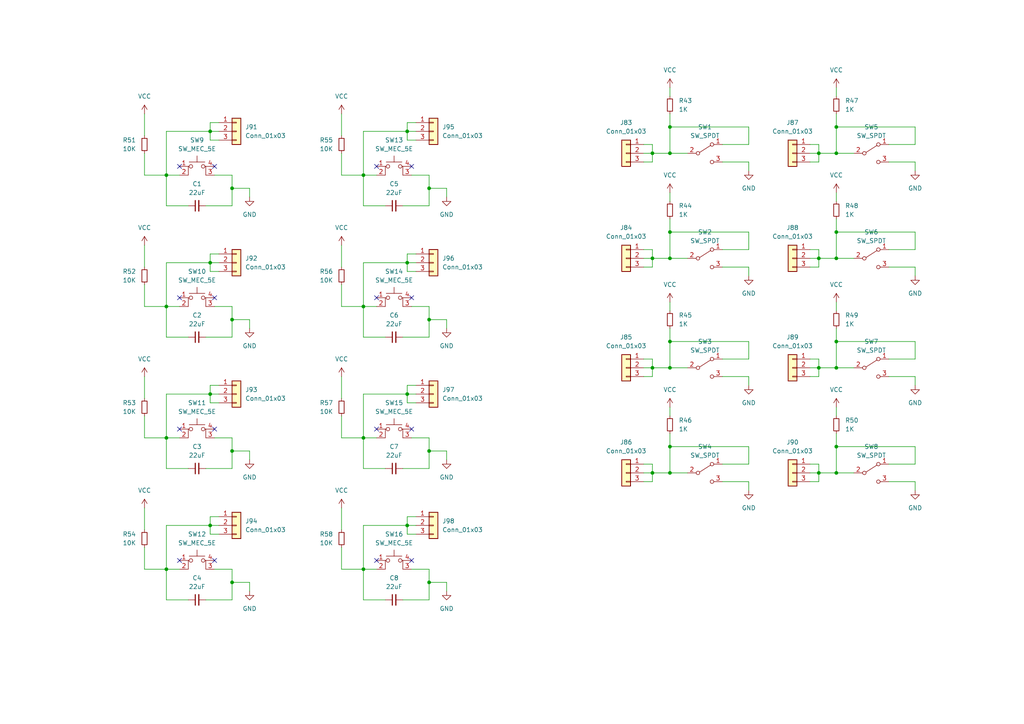
<source format=kicad_sch>
(kicad_sch (version 20220104) (generator eeschema)
  (paper "A4")
  (lib_symbols
    (symbol "Connector_Generic:Conn_01x03" (pin_names (offset 1.016) hide)
      (property "Reference" "J" (at 0 5.08 0))
      (property "Value" "Conn_01x03" (at 0 -5.08 0))
      (symbol "Conn_01x03_1_1"
        (rectangle (start -1.27 -2.413) (end 0 -2.667) (stroke (width 0.1524)))
        (rectangle (start -1.27 0.127) (end 0 -0.127) (stroke (width 0.1524)))
        (rectangle (start -1.27 2.667) (end 0 2.413) (stroke (width 0.1524)))
        (rectangle (start -1.27 3.81) (end 1.27 -3.81) (stroke (width 0.254)) (fill (type background)))
        (pin passive line (at -5.08 2.54 0) (length 3.81) (name "Pin_1") (number "1"))
        (pin passive line (at -5.08 0 0) (length 3.81) (name "Pin_2") (number "2"))
        (pin passive line (at -5.08 -2.54 0) (length 3.81) (name "Pin_3") (number "3"))
      )
    )
    (symbol "Device:C_Small" (pin_numbers hide) (pin_names (offset 0.254) hide)
      (property "Reference" "C" (at 0.254 1.778 0))
      (property "Value" "C_Small" (at 0.254 -2.032 0))
      (symbol "C_Small_0_1"
        (polyline (pts (xy -1.524 -0.508) (xy 1.524 -0.508)) (stroke (width 0.3302)))
        (polyline (pts (xy -1.524 0.508) (xy 1.524 0.508)) (stroke (width 0.3048)))
      )
      (symbol "C_Small_1_1"
        (pin passive line (at 0 2.54 270) (length 2.032) (name "~") (number "1"))
        (pin passive line (at 0 -2.54 90) (length 2.032) (name "~") (number "2"))
      )
    )
    (symbol "Device:R_Small" (pin_numbers hide) (pin_names (offset 0.254) hide)
      (property "Reference" "R" (at 0.762 0.508 0))
      (property "Value" "R_Small" (at 0.762 -1.016 0))
      (symbol "R_Small_0_1"
        (rectangle (start -0.762 1.778) (end 0.762 -1.778) (stroke (width 0.2032)))
      )
      (symbol "R_Small_1_1"
        (pin passive line (at 0 2.54 270) (length 0.762) (name "~") (number "1"))
        (pin passive line (at 0 -2.54 90) (length 0.762) (name "~") (number "2"))
      )
    )
    (symbol "Switch:SW_MEC_5E" (pin_names (offset 1.016) hide)
      (property "Reference" "SW" (at 0.635 5.715 0))
      (property "Value" "SW_MEC_5E" (at 0 -3.175 0))
      (symbol "SW_MEC_5E_0_1"
        (circle (center -1.778 2.54) (radius 0.508))
        (polyline (pts (xy -2.286 3.81) (xy 2.286 3.81)))
        (polyline (pts (xy 0 3.81) (xy 0 5.588)))
        (polyline (pts (xy -2.54 0) (xy -2.54 2.54) (xy -2.286 2.54)))
        (polyline (pts (xy 2.54 0) (xy 2.54 2.54) (xy 2.286 2.54)))
        (circle (center 1.778 2.54) (radius 0.508))
        (pin passive line (at -5.08 2.54 0) (length 2.54) (name "1") (number "1"))
        (pin passive line (at -5.08 0 0) (length 2.54) (name "2") (number "2"))
        (pin passive line (at 5.08 0 180) (length 2.54) (name "K") (number "3"))
        (pin passive line (at 5.08 2.54 180) (length 2.54) (name "A") (number "4"))
      )
    )
    (symbol "Switch:SW_SPDT" (pin_names (offset 0) hide)
      (property "Reference" "SW" (at 0 4.318 0))
      (property "Value" "SW_SPDT" (at 0 -5.08 0))
      (symbol "SW_SPDT_0_0"
        (circle (center -2.032 0) (radius 0.508))
        (circle (center 2.032 -2.54) (radius 0.508))
      )
      (symbol "SW_SPDT_0_1"
        (polyline (pts (xy -1.524 0.254) (xy 1.651 2.286)))
        (circle (center 2.032 2.54) (radius 0.508))
      )
      (symbol "SW_SPDT_1_1"
        (pin passive line (at 5.08 2.54 180) (length 2.54) (name "A") (number "1"))
        (pin passive line (at -5.08 0 0) (length 2.54) (name "B") (number "2"))
        (pin passive line (at 5.08 -2.54 180) (length 2.54) (name "C") (number "3"))
      )
    )
    (symbol "power:GND" (power) (pin_names (offset 0))
      (property "Value" "GND" (at 0 -3.81 0))
      (symbol "GND_0_1"
        (polyline (pts (xy 0 0) (xy 0 -1.27) (xy 1.27 -1.27) (xy 0 -2.54) (xy -1.27 -1.27) (xy 0 -1.27)))
      )
      (symbol "GND_1_1"
        (pin power_in line (at 0 0 270) (length 0) hide (name "GND") (number "1"))
      )
    )
    (symbol "power:VCC" (power) (pin_names (offset 0))
      (property "Value" "VCC" (at 0 3.81 0))
      (symbol "VCC_0_1"
        (polyline (pts (xy -0.762 1.27) (xy 0 2.54)))
        (polyline (pts (xy 0 0) (xy 0 2.54)))
        (polyline (pts (xy 0 2.54) (xy 0.762 1.27)))
      )
      (symbol "VCC_1_1"
        (pin power_in line (at 0 0 90) (length 0) hide (name "VCC") (number "1"))
      )
    )
  )
  (junction (at 105.41 50.8))
  (junction (at 67.31 54.61))
  (junction (at 194.31 74.93))
  (junction (at 67.31 168.91))
  (junction (at 48.26 50.8))
  (junction (at 124.46 130.81))
  (junction (at 194.31 129.54))
  (junction (at 67.31 92.71))
  (junction (at 60.96 114.3))
  (junction (at 237.49 106.68))
  (junction (at 242.57 106.68))
  (junction (at 194.31 44.45))
  (junction (at 60.96 76.2))
  (junction (at 242.57 36.83))
  (junction (at 124.46 168.91))
  (junction (at 242.57 74.93))
  (junction (at 189.23 44.45))
  (junction (at 118.11 38.1))
  (junction (at 48.26 88.9))
  (junction (at 48.26 127))
  (junction (at 237.49 137.16))
  (junction (at 237.49 44.45))
  (junction (at 105.41 165.1))
  (junction (at 60.96 152.4))
  (junction (at 189.23 74.93))
  (junction (at 194.31 67.31))
  (junction (at 124.46 54.61))
  (junction (at 242.57 99.06))
  (junction (at 118.11 114.3))
  (junction (at 124.46 92.71))
  (junction (at 194.31 106.68))
  (junction (at 242.57 129.54))
  (junction (at 242.57 67.31))
  (junction (at 60.96 38.1))
  (junction (at 242.57 137.16))
  (junction (at 189.23 137.16))
  (junction (at 67.31 130.81))
  (junction (at 189.23 106.68))
  (junction (at 105.41 88.9))
  (junction (at 194.31 137.16))
  (junction (at 105.41 127))
  (junction (at 194.31 99.06))
  (junction (at 118.11 152.4))
  (junction (at 118.11 76.2))
  (junction (at 242.57 44.45))
  (junction (at 194.31 36.83))
  (junction (at 237.49 74.93))
  (junction (at 48.26 165.1))
  (no_connect (at 62.23 124.46))
  (no_connect (at 52.07 124.46))
  (no_connect (at 119.38 48.26))
  (no_connect (at 109.22 48.26))
  (no_connect (at 109.22 162.56))
  (no_connect (at 119.38 162.56))
  (no_connect (at 52.07 48.26))
  (no_connect (at 62.23 48.26))
  (no_connect (at 62.23 162.56))
  (no_connect (at 52.07 162.56))
  (no_connect (at 119.38 124.46))
  (no_connect (at 109.22 124.46))
  (no_connect (at 52.07 86.36))
  (no_connect (at 62.23 86.36))
  (no_connect (at 109.22 86.36))
  (no_connect (at 119.38 86.36))
  (wire (pts (xy 186.69 104.14) (xy 189.23 104.14)))
  (wire (pts (xy 186.69 139.7) (xy 189.23 139.7)))
  (wire (pts (xy 234.95 74.93) (xy 237.49 74.93)))
  (wire (pts (xy 48.26 165.1) (xy 41.91 165.1)))
  (wire (pts (xy 120.65 149.86) (xy 118.11 149.86)))
  (wire (pts (xy 189.23 46.99) (xy 189.23 44.45)))
  (wire (pts (xy 60.96 40.64) (xy 60.96 38.1)))
  (wire (pts (xy 124.46 168.91) (xy 124.46 173.99)))
  (wire (pts (xy 217.17 41.91) (xy 217.17 36.83)))
  (wire (pts (xy 124.46 54.61) (xy 129.54 54.61)))
  (wire (pts (xy 242.57 63.5) (xy 242.57 67.31)))
  (wire (pts (xy 124.46 168.91) (xy 129.54 168.91)))
  (wire (pts (xy 48.26 88.9) (xy 41.91 88.9)))
  (wire (pts (xy 265.43 72.39) (xy 265.43 67.31)))
  (wire (pts (xy 234.95 106.68) (xy 237.49 106.68)))
  (wire (pts (xy 63.5 73.66) (xy 60.96 73.66)))
  (wire (pts (xy 129.54 168.91) (xy 129.54 171.45)))
  (wire (pts (xy 194.31 118.11) (xy 194.31 120.65)))
  (wire (pts (xy 62.23 50.8) (xy 67.31 50.8)))
  (wire (pts (xy 237.49 109.22) (xy 237.49 106.68)))
  (wire (pts (xy 242.57 95.25) (xy 242.57 99.06)))
  (wire (pts (xy 67.31 165.1) (xy 67.31 168.91)))
  (wire (pts (xy 257.81 139.7) (xy 265.43 139.7)))
  (wire (pts (xy 111.76 97.79) (xy 105.41 97.79)))
  (wire (pts (xy 257.81 134.62) (xy 265.43 134.62)))
  (wire (pts (xy 217.17 67.31) (xy 194.31 67.31)))
  (wire (pts (xy 72.39 130.81) (xy 72.39 133.35)))
  (wire (pts (xy 217.17 72.39) (xy 217.17 67.31)))
  (wire (pts (xy 194.31 44.45) (xy 199.39 44.45)))
  (wire (pts (xy 54.61 97.79) (xy 48.26 97.79)))
  (wire (pts (xy 237.49 46.99) (xy 237.49 44.45)))
  (wire (pts (xy 63.5 35.56) (xy 60.96 35.56)))
  (wire (pts (xy 41.91 44.45) (xy 41.91 50.8)))
  (wire (pts (xy 105.41 88.9) (xy 109.22 88.9)))
  (wire (pts (xy 48.26 97.79) (xy 48.26 88.9)))
  (wire (pts (xy 118.11 111.76) (xy 118.11 114.3)))
  (wire (pts (xy 124.46 54.61) (xy 124.46 59.69)))
  (wire (pts (xy 63.5 78.74) (xy 60.96 78.74)))
  (wire (pts (xy 105.41 127) (xy 109.22 127)))
  (wire (pts (xy 60.96 154.94) (xy 60.96 152.4)))
  (wire (pts (xy 186.69 109.22) (xy 189.23 109.22)))
  (wire (pts (xy 186.69 41.91) (xy 189.23 41.91)))
  (wire (pts (xy 41.91 33.02) (xy 41.91 39.37)))
  (wire (pts (xy 48.26 76.2) (xy 60.96 76.2)))
  (wire (pts (xy 105.41 127) (xy 99.06 127)))
  (wire (pts (xy 60.96 116.84) (xy 60.96 114.3)))
  (wire (pts (xy 99.06 44.45) (xy 99.06 50.8)))
  (wire (pts (xy 194.31 95.25) (xy 194.31 99.06)))
  (wire (pts (xy 119.38 50.8) (xy 124.46 50.8)))
  (wire (pts (xy 194.31 99.06) (xy 194.31 106.68)))
  (wire (pts (xy 41.91 71.12) (xy 41.91 77.47)))
  (wire (pts (xy 189.23 44.45) (xy 194.31 44.45)))
  (wire (pts (xy 62.23 127) (xy 67.31 127)))
  (wire (pts (xy 72.39 92.71) (xy 72.39 95.25)))
  (wire (pts (xy 54.61 59.69) (xy 48.26 59.69)))
  (wire (pts (xy 105.41 76.2) (xy 118.11 76.2)))
  (wire (pts (xy 67.31 92.71) (xy 67.31 97.79)))
  (wire (pts (xy 60.96 38.1) (xy 63.5 38.1)))
  (wire (pts (xy 217.17 77.47) (xy 217.17 80.01)))
  (wire (pts (xy 54.61 173.99) (xy 48.26 173.99)))
  (wire (pts (xy 54.61 135.89) (xy 48.26 135.89)))
  (wire (pts (xy 209.55 41.91) (xy 217.17 41.91)))
  (wire (pts (xy 129.54 92.71) (xy 129.54 95.25)))
  (wire (pts (xy 116.84 173.99) (xy 124.46 173.99)))
  (wire (pts (xy 118.11 149.86) (xy 118.11 152.4)))
  (wire (pts (xy 41.91 109.22) (xy 41.91 115.57)))
  (wire (pts (xy 41.91 120.65) (xy 41.91 127)))
  (wire (pts (xy 41.91 147.32) (xy 41.91 153.67)))
  (wire (pts (xy 234.95 44.45) (xy 237.49 44.45)))
  (wire (pts (xy 48.26 127) (xy 41.91 127)))
  (wire (pts (xy 105.41 88.9) (xy 105.41 76.2)))
  (wire (pts (xy 105.41 127) (xy 105.41 114.3)))
  (wire (pts (xy 265.43 46.99) (xy 265.43 49.53)))
  (wire (pts (xy 41.91 158.75) (xy 41.91 165.1)))
  (wire (pts (xy 257.81 41.91) (xy 265.43 41.91)))
  (wire (pts (xy 72.39 168.91) (xy 72.39 171.45)))
  (wire (pts (xy 217.17 129.54) (xy 194.31 129.54)))
  (wire (pts (xy 209.55 109.22) (xy 217.17 109.22)))
  (wire (pts (xy 189.23 134.62) (xy 189.23 137.16)))
  (wire (pts (xy 194.31 87.63) (xy 194.31 90.17)))
  (wire (pts (xy 189.23 74.93) (xy 194.31 74.93)))
  (wire (pts (xy 60.96 76.2) (xy 63.5 76.2)))
  (wire (pts (xy 41.91 82.55) (xy 41.91 88.9)))
  (wire (pts (xy 118.11 73.66) (xy 118.11 76.2)))
  (wire (pts (xy 116.84 135.89) (xy 124.46 135.89)))
  (wire (pts (xy 118.11 116.84) (xy 118.11 114.3)))
  (wire (pts (xy 265.43 139.7) (xy 265.43 142.24)))
  (wire (pts (xy 265.43 134.62) (xy 265.43 129.54)))
  (wire (pts (xy 124.46 50.8) (xy 124.46 54.61)))
  (wire (pts (xy 99.06 33.02) (xy 99.06 39.37)))
  (wire (pts (xy 99.06 158.75) (xy 99.06 165.1)))
  (wire (pts (xy 118.11 114.3) (xy 120.65 114.3)))
  (wire (pts (xy 105.41 50.8) (xy 99.06 50.8)))
  (wire (pts (xy 111.76 135.89) (xy 105.41 135.89)))
  (wire (pts (xy 242.57 36.83) (xy 242.57 44.45)))
  (wire (pts (xy 118.11 76.2) (xy 120.65 76.2)))
  (wire (pts (xy 237.49 72.39) (xy 237.49 74.93)))
  (wire (pts (xy 48.26 50.8) (xy 41.91 50.8)))
  (wire (pts (xy 48.26 59.69) (xy 48.26 50.8)))
  (wire (pts (xy 48.26 135.89) (xy 48.26 127)))
  (wire (pts (xy 189.23 41.91) (xy 189.23 44.45)))
  (wire (pts (xy 194.31 55.88) (xy 194.31 58.42)))
  (wire (pts (xy 120.65 116.84) (xy 118.11 116.84)))
  (wire (pts (xy 237.49 77.47) (xy 237.49 74.93)))
  (wire (pts (xy 105.41 114.3) (xy 118.11 114.3)))
  (wire (pts (xy 105.41 173.99) (xy 105.41 165.1)))
  (wire (pts (xy 242.57 44.45) (xy 247.65 44.45)))
  (wire (pts (xy 67.31 127) (xy 67.31 130.81)))
  (wire (pts (xy 129.54 54.61) (xy 129.54 57.15)))
  (wire (pts (xy 189.23 72.39) (xy 189.23 74.93)))
  (wire (pts (xy 186.69 74.93) (xy 189.23 74.93)))
  (wire (pts (xy 265.43 67.31) (xy 242.57 67.31)))
  (wire (pts (xy 194.31 25.4) (xy 194.31 27.94)))
  (wire (pts (xy 242.57 55.88) (xy 242.57 58.42)))
  (wire (pts (xy 118.11 40.64) (xy 118.11 38.1)))
  (wire (pts (xy 265.43 41.91) (xy 265.43 36.83)))
  (wire (pts (xy 189.23 139.7) (xy 189.23 137.16)))
  (wire (pts (xy 67.31 54.61) (xy 72.39 54.61)))
  (wire (pts (xy 124.46 127) (xy 124.46 130.81)))
  (wire (pts (xy 60.96 73.66) (xy 60.96 76.2)))
  (wire (pts (xy 99.06 82.55) (xy 99.06 88.9)))
  (wire (pts (xy 48.26 165.1) (xy 52.07 165.1)))
  (wire (pts (xy 234.95 72.39) (xy 237.49 72.39)))
  (wire (pts (xy 234.95 134.62) (xy 237.49 134.62)))
  (wire (pts (xy 194.31 137.16) (xy 199.39 137.16)))
  (wire (pts (xy 257.81 72.39) (xy 265.43 72.39)))
  (wire (pts (xy 194.31 125.73) (xy 194.31 129.54)))
  (wire (pts (xy 237.49 137.16) (xy 242.57 137.16)))
  (wire (pts (xy 194.31 129.54) (xy 194.31 137.16)))
  (wire (pts (xy 237.49 41.91) (xy 237.49 44.45)))
  (wire (pts (xy 48.26 38.1) (xy 60.96 38.1)))
  (wire (pts (xy 237.49 139.7) (xy 237.49 137.16)))
  (wire (pts (xy 234.95 46.99) (xy 237.49 46.99)))
  (wire (pts (xy 186.69 46.99) (xy 189.23 46.99)))
  (wire (pts (xy 116.84 97.79) (xy 124.46 97.79)))
  (wire (pts (xy 234.95 77.47) (xy 237.49 77.47)))
  (wire (pts (xy 118.11 154.94) (xy 118.11 152.4)))
  (wire (pts (xy 186.69 77.47) (xy 189.23 77.47)))
  (wire (pts (xy 124.46 165.1) (xy 124.46 168.91)))
  (wire (pts (xy 99.06 71.12) (xy 99.06 77.47)))
  (wire (pts (xy 118.11 38.1) (xy 120.65 38.1)))
  (wire (pts (xy 124.46 92.71) (xy 129.54 92.71)))
  (wire (pts (xy 124.46 130.81) (xy 124.46 135.89)))
  (wire (pts (xy 48.26 50.8) (xy 48.26 38.1)))
  (wire (pts (xy 237.49 134.62) (xy 237.49 137.16)))
  (wire (pts (xy 237.49 106.68) (xy 242.57 106.68)))
  (wire (pts (xy 265.43 99.06) (xy 242.57 99.06)))
  (wire (pts (xy 242.57 129.54) (xy 242.57 137.16)))
  (wire (pts (xy 99.06 109.22) (xy 99.06 115.57)))
  (wire (pts (xy 105.41 165.1) (xy 109.22 165.1)))
  (wire (pts (xy 257.81 104.14) (xy 265.43 104.14)))
  (wire (pts (xy 105.41 38.1) (xy 118.11 38.1)))
  (wire (pts (xy 209.55 77.47) (xy 217.17 77.47)))
  (wire (pts (xy 186.69 137.16) (xy 189.23 137.16)))
  (wire (pts (xy 209.55 139.7) (xy 217.17 139.7)))
  (wire (pts (xy 105.41 59.69) (xy 105.41 50.8)))
  (wire (pts (xy 186.69 44.45) (xy 189.23 44.45)))
  (wire (pts (xy 237.49 44.45) (xy 242.57 44.45)))
  (wire (pts (xy 105.41 165.1) (xy 105.41 152.4)))
  (wire (pts (xy 242.57 25.4) (xy 242.57 27.94)))
  (wire (pts (xy 99.06 120.65) (xy 99.06 127)))
  (wire (pts (xy 119.38 127) (xy 124.46 127)))
  (wire (pts (xy 265.43 104.14) (xy 265.43 99.06)))
  (wire (pts (xy 63.5 149.86) (xy 60.96 149.86)))
  (wire (pts (xy 60.96 35.56) (xy 60.96 38.1)))
  (wire (pts (xy 60.96 78.74) (xy 60.96 76.2)))
  (wire (pts (xy 189.23 77.47) (xy 189.23 74.93)))
  (wire (pts (xy 217.17 134.62) (xy 217.17 129.54)))
  (wire (pts (xy 242.57 125.73) (xy 242.57 129.54)))
  (wire (pts (xy 194.31 74.93) (xy 199.39 74.93)))
  (wire (pts (xy 242.57 33.02) (xy 242.57 36.83)))
  (wire (pts (xy 209.55 46.99) (xy 217.17 46.99)))
  (wire (pts (xy 63.5 116.84) (xy 60.96 116.84)))
  (wire (pts (xy 265.43 109.22) (xy 265.43 111.76)))
  (wire (pts (xy 186.69 72.39) (xy 189.23 72.39)))
  (wire (pts (xy 209.55 134.62) (xy 217.17 134.62)))
  (wire (pts (xy 105.41 165.1) (xy 99.06 165.1)))
  (wire (pts (xy 194.31 106.68) (xy 199.39 106.68)))
  (wire (pts (xy 111.76 59.69) (xy 105.41 59.69)))
  (wire (pts (xy 265.43 77.47) (xy 265.43 80.01)))
  (wire (pts (xy 189.23 137.16) (xy 194.31 137.16)))
  (wire (pts (xy 105.41 88.9) (xy 99.06 88.9)))
  (wire (pts (xy 48.26 165.1) (xy 48.26 152.4)))
  (wire (pts (xy 257.81 77.47) (xy 265.43 77.47)))
  (wire (pts (xy 60.96 152.4) (xy 63.5 152.4)))
  (wire (pts (xy 62.23 165.1) (xy 67.31 165.1)))
  (wire (pts (xy 217.17 46.99) (xy 217.17 49.53)))
  (wire (pts (xy 194.31 36.83) (xy 194.31 44.45)))
  (wire (pts (xy 120.65 154.94) (xy 118.11 154.94)))
  (wire (pts (xy 234.95 109.22) (xy 237.49 109.22)))
  (wire (pts (xy 194.31 33.02) (xy 194.31 36.83)))
  (wire (pts (xy 118.11 78.74) (xy 118.11 76.2)))
  (wire (pts (xy 189.23 106.68) (xy 194.31 106.68)))
  (wire (pts (xy 59.69 173.99) (xy 67.31 173.99)))
  (wire (pts (xy 209.55 72.39) (xy 217.17 72.39)))
  (wire (pts (xy 194.31 67.31) (xy 194.31 74.93)))
  (wire (pts (xy 59.69 59.69) (xy 67.31 59.69)))
  (wire (pts (xy 265.43 36.83) (xy 242.57 36.83)))
  (wire (pts (xy 124.46 130.81) (xy 129.54 130.81)))
  (wire (pts (xy 67.31 54.61) (xy 67.31 59.69)))
  (wire (pts (xy 48.26 127) (xy 52.07 127)))
  (wire (pts (xy 237.49 104.14) (xy 237.49 106.68)))
  (wire (pts (xy 129.54 130.81) (xy 129.54 133.35)))
  (wire (pts (xy 67.31 130.81) (xy 72.39 130.81)))
  (wire (pts (xy 217.17 109.22) (xy 217.17 111.76)))
  (wire (pts (xy 265.43 129.54) (xy 242.57 129.54)))
  (wire (pts (xy 257.81 46.99) (xy 265.43 46.99)))
  (wire (pts (xy 189.23 109.22) (xy 189.23 106.68)))
  (wire (pts (xy 242.57 87.63) (xy 242.57 90.17)))
  (wire (pts (xy 242.57 74.93) (xy 247.65 74.93)))
  (wire (pts (xy 105.41 135.89) (xy 105.41 127)))
  (wire (pts (xy 242.57 118.11) (xy 242.57 120.65)))
  (wire (pts (xy 105.41 50.8) (xy 109.22 50.8)))
  (wire (pts (xy 59.69 97.79) (xy 67.31 97.79)))
  (wire (pts (xy 60.96 111.76) (xy 60.96 114.3)))
  (wire (pts (xy 120.65 73.66) (xy 118.11 73.66)))
  (wire (pts (xy 105.41 152.4) (xy 118.11 152.4)))
  (wire (pts (xy 48.26 114.3) (xy 60.96 114.3)))
  (wire (pts (xy 59.69 135.89) (xy 67.31 135.89)))
  (wire (pts (xy 242.57 67.31) (xy 242.57 74.93)))
  (wire (pts (xy 48.26 127) (xy 48.26 114.3)))
  (wire (pts (xy 186.69 134.62) (xy 189.23 134.62)))
  (wire (pts (xy 194.31 63.5) (xy 194.31 67.31)))
  (wire (pts (xy 48.26 50.8) (xy 52.07 50.8)))
  (wire (pts (xy 124.46 92.71) (xy 124.46 97.79)))
  (wire (pts (xy 63.5 154.94) (xy 60.96 154.94)))
  (wire (pts (xy 217.17 99.06) (xy 194.31 99.06)))
  (wire (pts (xy 62.23 88.9) (xy 67.31 88.9)))
  (wire (pts (xy 118.11 152.4) (xy 120.65 152.4)))
  (wire (pts (xy 118.11 35.56) (xy 118.11 38.1)))
  (wire (pts (xy 242.57 137.16) (xy 247.65 137.16)))
  (wire (pts (xy 186.69 106.68) (xy 189.23 106.68)))
  (wire (pts (xy 234.95 137.16) (xy 237.49 137.16)))
  (wire (pts (xy 105.41 50.8) (xy 105.41 38.1)))
  (wire (pts (xy 217.17 36.83) (xy 194.31 36.83)))
  (wire (pts (xy 119.38 88.9) (xy 124.46 88.9)))
  (wire (pts (xy 217.17 139.7) (xy 217.17 142.24)))
  (wire (pts (xy 105.41 97.79) (xy 105.41 88.9)))
  (wire (pts (xy 120.65 35.56) (xy 118.11 35.56)))
  (wire (pts (xy 72.39 54.61) (xy 72.39 57.15)))
  (wire (pts (xy 63.5 111.76) (xy 60.96 111.76)))
  (wire (pts (xy 242.57 106.68) (xy 247.65 106.68)))
  (wire (pts (xy 60.96 149.86) (xy 60.96 152.4)))
  (wire (pts (xy 257.81 109.22) (xy 265.43 109.22)))
  (wire (pts (xy 111.76 173.99) (xy 105.41 173.99)))
  (wire (pts (xy 116.84 59.69) (xy 124.46 59.69)))
  (wire (pts (xy 124.46 88.9) (xy 124.46 92.71)))
  (wire (pts (xy 67.31 88.9) (xy 67.31 92.71)))
  (wire (pts (xy 234.95 41.91) (xy 237.49 41.91)))
  (wire (pts (xy 242.57 99.06) (xy 242.57 106.68)))
  (wire (pts (xy 120.65 111.76) (xy 118.11 111.76)))
  (wire (pts (xy 237.49 74.93) (xy 242.57 74.93)))
  (wire (pts (xy 60.96 114.3) (xy 63.5 114.3)))
  (wire (pts (xy 119.38 165.1) (xy 124.46 165.1)))
  (wire (pts (xy 48.26 88.9) (xy 52.07 88.9)))
  (wire (pts (xy 120.65 40.64) (xy 118.11 40.64)))
  (wire (pts (xy 217.17 104.14) (xy 217.17 99.06)))
  (wire (pts (xy 67.31 168.91) (xy 72.39 168.91)))
  (wire (pts (xy 67.31 92.71) (xy 72.39 92.71)))
  (wire (pts (xy 234.95 104.14) (xy 237.49 104.14)))
  (wire (pts (xy 48.26 173.99) (xy 48.26 165.1)))
  (wire (pts (xy 67.31 130.81) (xy 67.31 135.89)))
  (wire (pts (xy 209.55 104.14) (xy 217.17 104.14)))
  (wire (pts (xy 189.23 104.14) (xy 189.23 106.68)))
  (wire (pts (xy 67.31 50.8) (xy 67.31 54.61)))
  (wire (pts (xy 99.06 147.32) (xy 99.06 153.67)))
  (wire (pts (xy 48.26 152.4) (xy 60.96 152.4)))
  (wire (pts (xy 120.65 78.74) (xy 118.11 78.74)))
  (wire (pts (xy 48.26 88.9) (xy 48.26 76.2)))
  (wire (pts (xy 63.5 40.64) (xy 60.96 40.64)))
  (wire (pts (xy 234.95 139.7) (xy 237.49 139.7)))
  (wire (pts (xy 67.31 168.91) (xy 67.31 173.99)))
  (symbol (lib_id "Device:R_Small") (at 99.06 156.21 0) (unit 1)
    (property "Reference" "R58" (at 92.71 154.94 0) (effects (justify left)))
    (property "Value" "10K" (at 92.71 157.48 0) (effects (justify left)))
    (property "Footprint" "Resistor_THT:R_Axial_DIN0204_L3.6mm_D1.6mm_P5.08mm_Horizontal" (effects hide))
  )
  (symbol (lib_id "Switch:SW_MEC_5E") (at 114.3 165.1 0) (unit 1)
    (property "Reference" "SW16" (at 114.3 154.94 0))
    (property "Value" "SW_MEC_5E" (at 114.3 157.48 0))
    (property "Footprint" "Button_Switch_THT:SW_PUSH_6mm" (effects hide))
    (property "Datasheet" "http://www.apem.com/int/index.php?controller=attachment&id_attachment=1371" (effects hide))
  )
  (symbol (lib_id "Device:C_Small") (at 114.3 173.99 90) (unit 1)
    (property "Reference" "C8" (at 114.3063 167.64 90))
    (property "Value" "22uF" (at 114.3063 170.18 90))
    (property "Footprint" "Capacitor_THT:C_Disc_D4.3mm_W1.9mm_P5.00mm" (effects hide))
  )
  (symbol (lib_id "power:VCC") (at 99.06 147.32 0) (unit 1)
    (property "Reference" "#PWR0129" (effects hide))
    (property "Value" "VCC" (at 99.06 142.24 0))
  )
  (symbol (lib_id "power:VCC") (at 41.91 33.02 0) (unit 1)
    (property "Reference" "#PWR0140" (effects hide))
    (property "Value" "VCC" (at 41.91 27.94 0))
  )
  (symbol (lib_id "power:VCC") (at 194.31 87.63 0) (unit 1)
    (property "Reference" "#PWR0121" (effects hide))
    (property "Value" "VCC" (at 194.31 82.55 0))
  )
  (symbol (lib_id "Device:C_Small") (at 57.15 97.79 90) (unit 1)
    (property "Reference" "C2" (at 57.1563 91.44 90))
    (property "Value" "22uF" (at 57.1563 93.98 90))
    (property "Footprint" "Capacitor_THT:C_Disc_D4.3mm_W1.9mm_P5.00mm" (effects hide))
  )
  (symbol (lib_id "Connector_Generic:Conn_01x03") (at 68.58 114.3 0) (unit 1)
    (property "Reference" "J93" (at 71.12 113.0299 0) (effects (justify left)))
    (property "Value" "Conn_01x03" (at 71.12 115.5699 0) (effects (justify left)))
    (property "Footprint" "Connector_PinSocket_2.54mm:PinSocket_1x03_P2.54mm_Vertical" (effects hide))
  )
  (symbol (lib_id "Connector_Generic:Conn_01x03") (at 68.58 76.2 0) (unit 1)
    (property "Reference" "J92" (at 71.12 74.9299 0) (effects (justify left)))
    (property "Value" "Conn_01x03" (at 71.12 77.4699 0) (effects (justify left)))
    (property "Footprint" "Connector_PinSocket_2.54mm:PinSocket_1x03_P2.54mm_Vertical" (effects hide))
  )
  (symbol (lib_id "power:VCC") (at 242.57 118.11 0) (unit 1)
    (property "Reference" "#PWR0112" (effects hide))
    (property "Value" "VCC" (at 242.57 113.03 0))
  )
  (symbol (lib_id "Switch:SW_MEC_5E") (at 57.15 127 0) (unit 1)
    (property "Reference" "SW11" (at 57.15 116.84 0))
    (property "Value" "SW_MEC_5E" (at 57.15 119.38 0))
    (property "Footprint" "Button_Switch_THT:SW_PUSH_6mm" (effects hide))
    (property "Datasheet" "http://www.apem.com/int/index.php?controller=attachment&id_attachment=1371" (effects hide))
  )
  (symbol (lib_id "power:GND") (at 265.43 111.76 0) (unit 1)
    (property "Reference" "#PWR0111" (effects hide))
    (property "Value" "GND" (at 265.43 116.84 0))
  )
  (symbol (lib_id "Device:R_Small") (at 99.06 80.01 0) (unit 1)
    (property "Reference" "R56" (at 92.71 78.74 0) (effects (justify left)))
    (property "Value" "10K" (at 92.71 81.28 0) (effects (justify left)))
    (property "Footprint" "Resistor_THT:R_Axial_DIN0204_L3.6mm_D1.6mm_P5.08mm_Horizontal" (effects hide))
  )
  (symbol (lib_id "power:GND") (at 265.43 142.24 0) (unit 1)
    (property "Reference" "#PWR0113" (effects hide))
    (property "Value" "GND" (at 265.43 147.32 0))
  )
  (symbol (lib_id "power:GND") (at 129.54 57.15 0) (unit 1)
    (property "Reference" "#PWR0133" (effects hide))
    (property "Value" "GND" (at 129.54 62.23 0))
  )
  (symbol (lib_id "Device:C_Small") (at 57.15 173.99 90) (unit 1)
    (property "Reference" "C4" (at 57.1563 167.64 90))
    (property "Value" "22uF" (at 57.1563 170.18 90))
    (property "Footprint" "Capacitor_THT:C_Disc_D4.3mm_W1.9mm_P5.00mm" (effects hide))
  )
  (symbol (lib_id "power:VCC") (at 41.91 147.32 0) (unit 1)
    (property "Reference" "#PWR0138" (effects hide))
    (property "Value" "VCC" (at 41.91 142.24 0))
  )
  (symbol (lib_id "power:VCC") (at 194.31 25.4 0) (unit 1)
    (property "Reference" "#PWR0126" (effects hide))
    (property "Value" "VCC" (at 194.31 20.32 0))
  )
  (symbol (lib_id "Switch:SW_MEC_5E") (at 57.15 50.8 0) (unit 1)
    (property "Reference" "SW9" (at 57.15 40.64 0))
    (property "Value" "SW_MEC_5E" (at 57.15 43.18 0))
    (property "Footprint" "Button_Switch_THT:SW_PUSH_6mm" (effects hide))
    (property "Datasheet" "http://www.apem.com/int/index.php?controller=attachment&id_attachment=1371" (effects hide))
  )
  (symbol (lib_id "Connector_Generic:Conn_01x03") (at 229.87 74.93 0) (mirror y) (unit 1)
    (property "Reference" "J88" (at 229.87 66.04 0))
    (property "Value" "Conn_01x03" (at 229.87 68.58 0))
    (property "Footprint" "Connector_PinSocket_2.54mm:PinSocket_1x03_P2.54mm_Vertical" (effects hide))
  )
  (symbol (lib_id "Device:R_Small") (at 194.31 92.71 0) (unit 1)
    (property "Reference" "R45" (at 196.85 91.4399 0) (effects (justify left)))
    (property "Value" "1K" (at 196.85 93.9799 0) (effects (justify left)))
    (property "Footprint" "Resistor_THT:R_Axial_DIN0204_L3.6mm_D1.6mm_P5.08mm_Horizontal" (effects hide))
  )
  (symbol (lib_id "Device:C_Small") (at 114.3 97.79 90) (unit 1)
    (property "Reference" "C6" (at 114.3063 91.44 90))
    (property "Value" "22uF" (at 114.3063 93.98 90))
    (property "Footprint" "Capacitor_THT:C_Disc_D4.3mm_W1.9mm_P5.00mm" (effects hide))
  )
  (symbol (lib_id "Switch:SW_MEC_5E") (at 114.3 50.8 0) (unit 1)
    (property "Reference" "SW13" (at 114.3 40.64 0))
    (property "Value" "SW_MEC_5E" (at 114.3 43.18 0))
    (property "Footprint" "Button_Switch_THT:SW_PUSH_6mm" (effects hide))
    (property "Datasheet" "http://www.apem.com/int/index.php?controller=attachment&id_attachment=1371" (effects hide))
  )
  (symbol (lib_id "Switch:SW_SPDT") (at 252.73 106.68 0) (unit 1)
    (property "Reference" "SW7" (at 252.73 99.06 0))
    (property "Value" "SW_SPDT" (at 252.73 101.6 0))
    (property "Footprint" "Button_Switch_THT:SW_Slide_1P2T_CK_OS102011MS2Q" (effects hide))
  )
  (symbol (lib_id "Device:R_Small") (at 194.31 60.96 0) (unit 1)
    (property "Reference" "R44" (at 196.85 59.6899 0) (effects (justify left)))
    (property "Value" "1K" (at 196.85 62.2299 0) (effects (justify left)))
    (property "Footprint" "Resistor_THT:R_Axial_DIN0204_L3.6mm_D1.6mm_P5.08mm_Horizontal" (effects hide))
  )
  (symbol (lib_id "Device:R_Small") (at 99.06 118.11 0) (unit 1)
    (property "Reference" "R57" (at 92.71 116.84 0) (effects (justify left)))
    (property "Value" "10K" (at 92.71 119.38 0) (effects (justify left)))
    (property "Footprint" "Resistor_THT:R_Axial_DIN0204_L3.6mm_D1.6mm_P5.08mm_Horizontal" (effects hide))
  )
  (symbol (lib_id "Device:R_Small") (at 242.57 92.71 0) (unit 1)
    (property "Reference" "R49" (at 245.11 91.4399 0) (effects (justify left)))
    (property "Value" "1K" (at 245.11 93.9799 0) (effects (justify left)))
    (property "Footprint" "Resistor_THT:R_Axial_DIN0204_L3.6mm_D1.6mm_P5.08mm_Horizontal" (effects hide))
  )
  (symbol (lib_id "Connector_Generic:Conn_01x03") (at 229.87 44.45 0) (mirror y) (unit 1)
    (property "Reference" "J87" (at 229.87 35.56 0))
    (property "Value" "Conn_01x03" (at 229.87 38.1 0))
    (property "Footprint" "Connector_PinSocket_2.54mm:PinSocket_1x03_P2.54mm_Vertical" (effects hide))
  )
  (symbol (lib_id "Device:R_Small") (at 194.31 30.48 0) (unit 1)
    (property "Reference" "R43" (at 196.85 29.2099 0) (effects (justify left)))
    (property "Value" "1K" (at 196.85 31.7499 0) (effects (justify left)))
    (property "Footprint" "Resistor_THT:R_Axial_DIN0204_L3.6mm_D1.6mm_P5.08mm_Horizontal" (effects hide))
  )
  (symbol (lib_id "power:GND") (at 265.43 49.53 0) (unit 1)
    (property "Reference" "#PWR0117" (effects hide))
    (property "Value" "GND" (at 265.43 54.61 0))
  )
  (symbol (lib_id "Device:C_Small") (at 57.15 135.89 90) (unit 1)
    (property "Reference" "C3" (at 57.1563 129.54 90))
    (property "Value" "22uF" (at 57.1563 132.08 90))
    (property "Footprint" "Capacitor_THT:C_Disc_D4.3mm_W1.9mm_P5.00mm" (effects hide))
  )
  (symbol (lib_id "Switch:SW_SPDT") (at 252.73 74.93 0) (unit 1)
    (property "Reference" "SW6" (at 252.73 67.31 0))
    (property "Value" "SW_SPDT" (at 252.73 69.85 0))
    (property "Footprint" "Button_Switch_THT:SW_Slide_1P2T_CK_OS102011MS2Q" (effects hide))
  )
  (symbol (lib_id "power:VCC") (at 194.31 118.11 0) (unit 1)
    (property "Reference" "#PWR0114" (effects hide))
    (property "Value" "VCC" (at 194.31 113.03 0))
  )
  (symbol (lib_id "Device:R_Small") (at 41.91 118.11 0) (unit 1)
    (property "Reference" "R53" (at 35.56 116.84 0) (effects (justify left)))
    (property "Value" "10K" (at 35.56 119.38 0) (effects (justify left)))
    (property "Footprint" "Resistor_THT:R_Axial_DIN0204_L3.6mm_D1.6mm_P5.08mm_Horizontal" (effects hide))
  )
  (symbol (lib_id "Connector_Generic:Conn_01x03") (at 68.58 152.4 0) (unit 1)
    (property "Reference" "J94" (at 71.12 151.1299 0) (effects (justify left)))
    (property "Value" "Conn_01x03" (at 71.12 153.6699 0) (effects (justify left)))
    (property "Footprint" "Connector_PinSocket_2.54mm:PinSocket_1x03_P2.54mm_Vertical" (effects hide))
  )
  (symbol (lib_id "Device:C_Small") (at 114.3 135.89 90) (unit 1)
    (property "Reference" "C7" (at 114.3063 129.54 90))
    (property "Value" "22uF" (at 114.3063 132.08 90))
    (property "Footprint" "Capacitor_THT:C_Disc_D4.3mm_W1.9mm_P5.00mm" (effects hide))
  )
  (symbol (lib_id "power:VCC") (at 41.91 109.22 0) (unit 1)
    (property "Reference" "#PWR0136" (effects hide))
    (property "Value" "VCC" (at 41.91 104.14 0))
  )
  (symbol (lib_id "Device:R_Small") (at 242.57 60.96 0) (unit 1)
    (property "Reference" "R48" (at 245.11 59.6899 0) (effects (justify left)))
    (property "Value" "1K" (at 245.11 62.2299 0) (effects (justify left)))
    (property "Footprint" "Resistor_THT:R_Axial_DIN0204_L3.6mm_D1.6mm_P5.08mm_Horizontal" (effects hide))
  )
  (symbol (lib_id "Switch:SW_MEC_5E") (at 57.15 165.1 0) (unit 1)
    (property "Reference" "SW12" (at 57.15 154.94 0))
    (property "Value" "SW_MEC_5E" (at 57.15 157.48 0))
    (property "Footprint" "Button_Switch_THT:SW_PUSH_6mm" (effects hide))
    (property "Datasheet" "http://www.apem.com/int/index.php?controller=attachment&id_attachment=1371" (effects hide))
  )
  (symbol (lib_id "Device:C_Small") (at 57.15 59.69 90) (unit 1)
    (property "Reference" "C1" (at 57.1563 53.34 90))
    (property "Value" "22uF" (at 57.1563 55.88 90))
    (property "Footprint" "Capacitor_THT:C_Disc_D4.3mm_W1.9mm_P5.00mm" (effects hide))
  )
  (symbol (lib_id "Device:R_Small") (at 41.91 156.21 0) (unit 1)
    (property "Reference" "R54" (at 35.56 154.94 0) (effects (justify left)))
    (property "Value" "10K" (at 35.56 157.48 0) (effects (justify left)))
    (property "Footprint" "Resistor_THT:R_Axial_DIN0204_L3.6mm_D1.6mm_P5.08mm_Horizontal" (effects hide))
  )
  (symbol (lib_id "Device:R_Small") (at 41.91 41.91 0) (unit 1)
    (property "Reference" "R51" (at 35.56 40.64 0) (effects (justify left)))
    (property "Value" "10K" (at 35.56 43.18 0) (effects (justify left)))
    (property "Footprint" "Resistor_THT:R_Axial_DIN0204_L3.6mm_D1.6mm_P5.08mm_Horizontal" (effects hide))
  )
  (symbol (lib_id "Connector_Generic:Conn_01x03") (at 181.61 137.16 0) (mirror y) (unit 1)
    (property "Reference" "J86" (at 181.61 128.27 0))
    (property "Value" "Conn_01x03" (at 181.61 130.81 0))
    (property "Footprint" "Connector_PinSocket_2.54mm:PinSocket_1x03_P2.54mm_Vertical" (effects hide))
  )
  (symbol (lib_id "Connector_Generic:Conn_01x03") (at 181.61 106.68 0) (mirror y) (unit 1)
    (property "Reference" "J85" (at 181.61 97.79 0))
    (property "Value" "Conn_01x03" (at 181.61 100.33 0))
    (property "Footprint" "Connector_PinSocket_2.54mm:PinSocket_1x03_P2.54mm_Vertical" (effects hide))
  )
  (symbol (lib_id "power:VCC") (at 99.06 71.12 0) (unit 1)
    (property "Reference" "#PWR0132" (effects hide))
    (property "Value" "VCC" (at 99.06 66.04 0))
  )
  (symbol (lib_id "Switch:SW_SPDT") (at 204.47 106.68 0) (unit 1)
    (property "Reference" "SW3" (at 204.47 99.06 0))
    (property "Value" "SW_SPDT" (at 204.47 101.6 0))
    (property "Footprint" "Button_Switch_THT:SW_Slide_1P2T_CK_OS102011MS2Q" (effects hide))
  )
  (symbol (lib_id "power:GND") (at 265.43 80.01 0) (unit 1)
    (property "Reference" "#PWR0119" (effects hide))
    (property "Value" "GND" (at 265.43 85.09 0))
  )
  (symbol (lib_id "power:GND") (at 217.17 111.76 0) (unit 1)
    (property "Reference" "#PWR0124" (effects hide))
    (property "Value" "GND" (at 217.17 116.84 0))
  )
  (symbol (lib_id "Switch:SW_MEC_5E") (at 57.15 88.9 0) (unit 1)
    (property "Reference" "SW10" (at 57.15 78.74 0))
    (property "Value" "SW_MEC_5E" (at 57.15 81.28 0))
    (property "Footprint" "Button_Switch_THT:SW_PUSH_6mm" (effects hide))
    (property "Datasheet" "http://www.apem.com/int/index.php?controller=attachment&id_attachment=1371" (effects hide))
  )
  (symbol (lib_id "Switch:SW_MEC_5E") (at 114.3 88.9 0) (unit 1)
    (property "Reference" "SW14" (at 114.3 78.74 0))
    (property "Value" "SW_MEC_5E" (at 114.3 81.28 0))
    (property "Footprint" "Button_Switch_THT:SW_PUSH_6mm" (effects hide))
    (property "Datasheet" "http://www.apem.com/int/index.php?controller=attachment&id_attachment=1371" (effects hide))
  )
  (symbol (lib_id "Device:R_Small") (at 99.06 41.91 0) (unit 1)
    (property "Reference" "R55" (at 92.71 40.64 0) (effects (justify left)))
    (property "Value" "10K" (at 92.71 43.18 0) (effects (justify left)))
    (property "Footprint" "Resistor_THT:R_Axial_DIN0204_L3.6mm_D1.6mm_P5.08mm_Horizontal" (effects hide))
  )
  (symbol (lib_id "Device:R_Small") (at 194.31 123.19 0) (unit 1)
    (property "Reference" "R46" (at 196.85 121.9199 0) (effects (justify left)))
    (property "Value" "1K" (at 196.85 124.4599 0) (effects (justify left)))
    (property "Footprint" "Resistor_THT:R_Axial_DIN0204_L3.6mm_D1.6mm_P5.08mm_Horizontal" (effects hide))
  )
  (symbol (lib_id "power:GND") (at 217.17 49.53 0) (unit 1)
    (property "Reference" "#PWR0125" (effects hide))
    (property "Value" "GND" (at 217.17 54.61 0))
  )
  (symbol (lib_id "power:VCC") (at 99.06 33.02 0) (unit 1)
    (property "Reference" "#PWR0134" (effects hide))
    (property "Value" "VCC" (at 99.06 27.94 0))
  )
  (symbol (lib_id "power:GND") (at 129.54 95.25 0) (unit 1)
    (property "Reference" "#PWR0131" (effects hide))
    (property "Value" "GND" (at 129.54 100.33 0))
  )
  (symbol (lib_id "Switch:SW_SPDT") (at 252.73 137.16 0) (unit 1)
    (property "Reference" "SW8" (at 252.73 129.54 0))
    (property "Value" "SW_SPDT" (at 252.73 132.08 0))
    (property "Footprint" "Button_Switch_THT:SW_Slide_1P2T_CK_OS102011MS2Q" (effects hide))
  )
  (symbol (lib_id "Switch:SW_MEC_5E") (at 114.3 127 0) (unit 1)
    (property "Reference" "SW15" (at 114.3 116.84 0))
    (property "Value" "SW_MEC_5E" (at 114.3 119.38 0))
    (property "Footprint" "Button_Switch_THT:SW_PUSH_6mm" (effects hide))
    (property "Datasheet" "http://www.apem.com/int/index.php?controller=attachment&id_attachment=1371" (effects hide))
  )
  (symbol (lib_id "Switch:SW_SPDT") (at 204.47 137.16 0) (unit 1)
    (property "Reference" "SW4" (at 204.47 129.54 0))
    (property "Value" "SW_SPDT" (at 204.47 132.08 0))
    (property "Footprint" "Button_Switch_THT:SW_Slide_1P2T_CK_OS102011MS2Q" (effects hide))
  )
  (symbol (lib_id "Connector_Generic:Conn_01x03") (at 181.61 74.93 0) (mirror y) (unit 1)
    (property "Reference" "J84" (at 181.61 66.04 0))
    (property "Value" "Conn_01x03" (at 181.61 68.58 0))
    (property "Footprint" "Connector_PinSocket_2.54mm:PinSocket_1x03_P2.54mm_Vertical" (effects hide))
  )
  (symbol (lib_id "Connector_Generic:Conn_01x03") (at 125.73 38.1 0) (unit 1)
    (property "Reference" "J95" (at 128.27 36.8299 0) (effects (justify left)))
    (property "Value" "Conn_01x03" (at 128.27 39.3699 0) (effects (justify left)))
    (property "Footprint" "Connector_PinSocket_2.54mm:PinSocket_1x03_P2.54mm_Vertical" (effects hide))
  )
  (symbol (lib_id "power:VCC") (at 194.31 55.88 0) (unit 1)
    (property "Reference" "#PWR0122" (effects hide))
    (property "Value" "VCC" (at 194.31 50.8 0))
  )
  (symbol (lib_id "power:VCC") (at 99.06 109.22 0) (unit 1)
    (property "Reference" "#PWR0127" (effects hide))
    (property "Value" "VCC" (at 99.06 104.14 0))
  )
  (symbol (lib_id "Connector_Generic:Conn_01x03") (at 68.58 38.1 0) (unit 1)
    (property "Reference" "J91" (at 71.12 36.8299 0) (effects (justify left)))
    (property "Value" "Conn_01x03" (at 71.12 39.3699 0) (effects (justify left)))
    (property "Footprint" "Connector_PinSocket_2.54mm:PinSocket_1x03_P2.54mm_Vertical" (effects hide))
  )
  (symbol (lib_id "power:VCC") (at 242.57 55.88 0) (unit 1)
    (property "Reference" "#PWR0118" (effects hide))
    (property "Value" "VCC" (at 242.57 50.8 0))
  )
  (symbol (lib_id "Connector_Generic:Conn_01x03") (at 125.73 114.3 0) (unit 1)
    (property "Reference" "J97" (at 128.27 113.0299 0) (effects (justify left)))
    (property "Value" "Conn_01x03" (at 128.27 115.5699 0) (effects (justify left)))
    (property "Footprint" "Connector_PinSocket_2.54mm:PinSocket_1x03_P2.54mm_Vertical" (effects hide))
  )
  (symbol (lib_id "power:GND") (at 72.39 171.45 0) (unit 1)
    (property "Reference" "#PWR0139" (effects hide))
    (property "Value" "GND" (at 72.39 176.53 0))
  )
  (symbol (lib_id "Connector_Generic:Conn_01x03") (at 229.87 106.68 0) (mirror y) (unit 1)
    (property "Reference" "J89" (at 229.87 97.79 0))
    (property "Value" "Conn_01x03" (at 229.87 100.33 0))
    (property "Footprint" "Connector_PinSocket_2.54mm:PinSocket_1x03_P2.54mm_Vertical" (effects hide))
  )
  (symbol (lib_id "Device:R_Small") (at 41.91 80.01 0) (unit 1)
    (property "Reference" "R52" (at 35.56 78.74 0) (effects (justify left)))
    (property "Value" "10K" (at 35.56 81.28 0) (effects (justify left)))
    (property "Footprint" "Resistor_THT:R_Axial_DIN0204_L3.6mm_D1.6mm_P5.08mm_Horizontal" (effects hide))
  )
  (symbol (lib_id "Switch:SW_SPDT") (at 204.47 44.45 0) (unit 1)
    (property "Reference" "SW1" (at 204.47 36.83 0))
    (property "Value" "SW_SPDT" (at 204.47 39.37 0))
    (property "Footprint" "Button_Switch_THT:SW_Slide_1P2T_CK_OS102011MS2Q" (effects hide))
  )
  (symbol (lib_id "power:VCC") (at 242.57 87.63 0) (unit 1)
    (property "Reference" "#PWR0115" (effects hide))
    (property "Value" "VCC" (at 242.57 82.55 0))
  )
  (symbol (lib_id "Device:R_Small") (at 242.57 30.48 0) (unit 1)
    (property "Reference" "R47" (at 245.11 29.2099 0) (effects (justify left)))
    (property "Value" "1K" (at 245.11 31.7499 0) (effects (justify left)))
    (property "Footprint" "Resistor_THT:R_Axial_DIN0204_L3.6mm_D1.6mm_P5.08mm_Horizontal" (effects hide))
  )
  (symbol (lib_id "Connector_Generic:Conn_01x03") (at 125.73 152.4 0) (unit 1)
    (property "Reference" "J98" (at 128.27 151.1299 0) (effects (justify left)))
    (property "Value" "Conn_01x03" (at 128.27 153.6699 0) (effects (justify left)))
    (property "Footprint" "Connector_PinSocket_2.54mm:PinSocket_1x03_P2.54mm_Vertical" (effects hide))
  )
  (symbol (lib_id "power:GND") (at 217.17 80.01 0) (unit 1)
    (property "Reference" "#PWR0116" (effects hide))
    (property "Value" "GND" (at 217.17 85.09 0))
  )
  (symbol (lib_id "power:GND") (at 129.54 133.35 0) (unit 1)
    (property "Reference" "#PWR0128" (effects hide))
    (property "Value" "GND" (at 129.54 138.43 0))
  )
  (symbol (lib_id "Switch:SW_SPDT") (at 204.47 74.93 0) (unit 1)
    (property "Reference" "SW2" (at 204.47 67.31 0))
    (property "Value" "SW_SPDT" (at 204.47 69.85 0))
    (property "Footprint" "Button_Switch_THT:SW_Slide_1P2T_CK_OS102011MS2Q" (effects hide))
  )
  (symbol (lib_id "power:GND") (at 72.39 57.15 0) (unit 1)
    (property "Reference" "#PWR0142" (effects hide))
    (property "Value" "GND" (at 72.39 62.23 0))
  )
  (symbol (lib_id "Connector_Generic:Conn_01x03") (at 125.73 76.2 0) (unit 1)
    (property "Reference" "J96" (at 128.27 74.9299 0) (effects (justify left)))
    (property "Value" "Conn_01x03" (at 128.27 77.4699 0) (effects (justify left)))
    (property "Footprint" "Connector_PinSocket_2.54mm:PinSocket_1x03_P2.54mm_Vertical" (effects hide))
  )
  (symbol (lib_id "power:GND") (at 72.39 95.25 0) (unit 1)
    (property "Reference" "#PWR0135" (effects hide))
    (property "Value" "GND" (at 72.39 100.33 0))
  )
  (symbol (lib_id "Device:C_Small") (at 114.3 59.69 90) (unit 1)
    (property "Reference" "C5" (at 114.3063 53.34 90))
    (property "Value" "22uF" (at 114.3063 55.88 90))
    (property "Footprint" "Capacitor_THT:C_Disc_D4.3mm_W1.9mm_P5.00mm" (effects hide))
  )
  (symbol (lib_id "power:GND") (at 72.39 133.35 0) (unit 1)
    (property "Reference" "#PWR0137" (effects hide))
    (property "Value" "GND" (at 72.39 138.43 0))
  )
  (symbol (lib_id "power:GND") (at 217.17 142.24 0) (unit 1)
    (property "Reference" "#PWR0123" (effects hide))
    (property "Value" "GND" (at 217.17 147.32 0))
  )
  (symbol (lib_id "Connector_Generic:Conn_01x03") (at 181.61 44.45 0) (mirror y) (unit 1)
    (property "Reference" "J83" (at 181.61 35.56 0))
    (property "Value" "Conn_01x03" (at 181.61 38.1 0))
    (property "Footprint" "Connector_PinSocket_2.54mm:PinSocket_1x03_P2.54mm_Vertical" (effects hide))
  )
  (symbol (lib_id "Device:R_Small") (at 242.57 123.19 0) (unit 1)
    (property "Reference" "R50" (at 245.11 121.9199 0) (effects (justify left)))
    (property "Value" "1K" (at 245.11 124.4599 0) (effects (justify left)))
    (property "Footprint" "Resistor_THT:R_Axial_DIN0204_L3.6mm_D1.6mm_P5.08mm_Horizontal" (effects hide))
  )
  (symbol (lib_id "power:VCC") (at 41.91 71.12 0) (unit 1)
    (property "Reference" "#PWR0141" (effects hide))
    (property "Value" "VCC" (at 41.91 66.04 0))
  )
  (symbol (lib_id "power:GND") (at 129.54 171.45 0) (unit 1)
    (property "Reference" "#PWR0130" (effects hide))
    (property "Value" "GND" (at 129.54 176.53 0))
  )
  (symbol (lib_id "power:VCC") (at 242.57 25.4 0) (unit 1)
    (property "Reference" "#PWR0120" (effects hide))
    (property "Value" "VCC" (at 242.57 20.32 0))
  )
  (symbol (lib_id "Switch:SW_SPDT") (at 252.73 44.45 0) (unit 1)
    (property "Reference" "SW5" (at 252.73 36.83 0))
    (property "Value" "SW_SPDT" (at 252.73 39.37 0))
    (property "Footprint" "Button_Switch_THT:SW_Slide_1P2T_CK_OS102011MS2Q" (effects hide))
  )
  (symbol (lib_id "Connector_Generic:Conn_01x03") (at 229.87 137.16 0) (mirror y) (unit 1)
    (property "Reference" "J90" (at 229.87 128.27 0))
    (property "Value" "Conn_01x03" (at 229.87 130.81 0))
    (property "Footprint" "Connector_PinSocket_2.54mm:PinSocket_1x03_P2.54mm_Vertical" (effects hide))
  )
)
</source>
